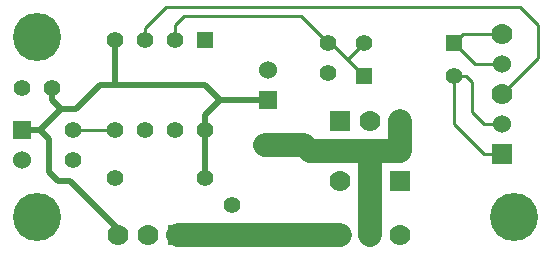
<source format=gtl>
G04 (created by PCBNEW (2013-june-11)-stable) date Tue 09 Dec 2014 10:38:34 PM EST*
%MOIN*%
G04 Gerber Fmt 3.4, Leading zero omitted, Abs format*
%FSLAX34Y34*%
G01*
G70*
G90*
G04 APERTURE LIST*
%ADD10C,0.00590551*%
%ADD11R,0.07X0.07*%
%ADD12C,0.07*%
%ADD13C,0.06*%
%ADD14R,0.055X0.055*%
%ADD15C,0.055*%
%ADD16C,0.16*%
%ADD17R,0.06X0.06*%
%ADD18C,0.08*%
%ADD19C,0.01*%
%ADD20C,0.02*%
G04 APERTURE END LIST*
G54D10*
G54D11*
X21800Y-14500D03*
G54D12*
X20800Y-14500D03*
X19800Y-14500D03*
X20800Y-12500D03*
X21800Y-12500D03*
G54D11*
X19800Y-12500D03*
X18800Y-16300D03*
G54D12*
X19800Y-16300D03*
X20800Y-16300D03*
X21800Y-16300D03*
X25200Y-11600D03*
G54D11*
X25200Y-13600D03*
G54D12*
X25200Y-9600D03*
G54D13*
X25200Y-12600D03*
X25200Y-10600D03*
G54D11*
X14400Y-16300D03*
G54D12*
X12400Y-16300D03*
X13400Y-16300D03*
G54D14*
X15300Y-9800D03*
G54D15*
X14300Y-9800D03*
X13300Y-9800D03*
X12300Y-9800D03*
X12300Y-12800D03*
X13300Y-12800D03*
X14300Y-12800D03*
X15300Y-12800D03*
G54D14*
X23600Y-9900D03*
G54D15*
X20600Y-9900D03*
G54D14*
X20600Y-11000D03*
G54D15*
X23600Y-11000D03*
X10900Y-13800D03*
X10900Y-12800D03*
X19400Y-9900D03*
X19400Y-10900D03*
X12300Y-14400D03*
X15300Y-14400D03*
G54D14*
X17300Y-16300D03*
G54D15*
X17300Y-13300D03*
X9200Y-11400D03*
X10200Y-11400D03*
G54D16*
X9700Y-9700D03*
G54D17*
X9200Y-12800D03*
G54D13*
X9200Y-13800D03*
G54D16*
X25600Y-15700D03*
X9700Y-15700D03*
G54D17*
X17400Y-11800D03*
G54D13*
X17400Y-10800D03*
G54D15*
X16200Y-15300D03*
X16200Y-16300D03*
G54D18*
X16200Y-16300D02*
X14400Y-16300D01*
X17300Y-16300D02*
X16200Y-16300D01*
X18800Y-16300D02*
X19800Y-16300D01*
X17300Y-16300D02*
X18800Y-16300D01*
X20800Y-16300D02*
X20800Y-14500D01*
X20800Y-14500D02*
X20800Y-13500D01*
X18800Y-13500D02*
X20800Y-13500D01*
X18600Y-13300D02*
X18800Y-13500D01*
X17300Y-13300D02*
X18600Y-13300D01*
X21800Y-13500D02*
X21800Y-12500D01*
X20800Y-13500D02*
X21800Y-13500D01*
G54D19*
X14300Y-9800D02*
X14300Y-9300D01*
X18500Y-9000D02*
X19400Y-9900D01*
X14600Y-9000D02*
X18500Y-9000D01*
X14300Y-9300D02*
X14600Y-9000D01*
X20600Y-9900D02*
X20050Y-10450D01*
X20050Y-10450D02*
X20100Y-10500D01*
X19400Y-9900D02*
X19500Y-9900D01*
X19500Y-9900D02*
X20100Y-10500D01*
X20100Y-10500D02*
X20600Y-11000D01*
X23600Y-11000D02*
X24000Y-11000D01*
X24600Y-12600D02*
X25200Y-12600D01*
X24200Y-12200D02*
X24600Y-12600D01*
X24200Y-11200D02*
X24200Y-12200D01*
X24000Y-11000D02*
X24200Y-11200D01*
X25200Y-13600D02*
X24600Y-13600D01*
X23600Y-12600D02*
X23600Y-11000D01*
X24600Y-13600D02*
X23600Y-12600D01*
X12300Y-12800D02*
X10900Y-12800D01*
X25200Y-11600D02*
X26400Y-10400D01*
X13300Y-9400D02*
X13300Y-9800D01*
X14000Y-8700D02*
X13300Y-9400D01*
X25800Y-8700D02*
X14000Y-8700D01*
X26400Y-9300D02*
X25800Y-8700D01*
X26400Y-10400D02*
X26400Y-9300D01*
X23600Y-9900D02*
X24300Y-10600D01*
X24300Y-10600D02*
X25200Y-10600D01*
X25200Y-9600D02*
X23900Y-9600D01*
X23900Y-9600D02*
X23600Y-9900D01*
G54D20*
X15300Y-12800D02*
X15300Y-14400D01*
X12400Y-16300D02*
X12400Y-16100D01*
X10100Y-13100D02*
X9800Y-12800D01*
X10100Y-14200D02*
X10100Y-13100D01*
X10400Y-14500D02*
X10100Y-14200D01*
X10800Y-14500D02*
X10400Y-14500D01*
X12400Y-16100D02*
X10800Y-14500D01*
X10200Y-11400D02*
X10200Y-11800D01*
X10200Y-11800D02*
X10500Y-12100D01*
X12300Y-9800D02*
X12300Y-11300D01*
X15300Y-12800D02*
X15300Y-12300D01*
X15300Y-12300D02*
X15800Y-11800D01*
X17400Y-11800D02*
X15800Y-11800D01*
X10500Y-12100D02*
X9800Y-12800D01*
X15800Y-11800D02*
X15300Y-11300D01*
X15300Y-11300D02*
X12300Y-11300D01*
X12300Y-11300D02*
X11800Y-11300D01*
X11800Y-11300D02*
X11000Y-12100D01*
X11000Y-12100D02*
X10500Y-12100D01*
X9200Y-12800D02*
X9800Y-12800D01*
M02*

</source>
